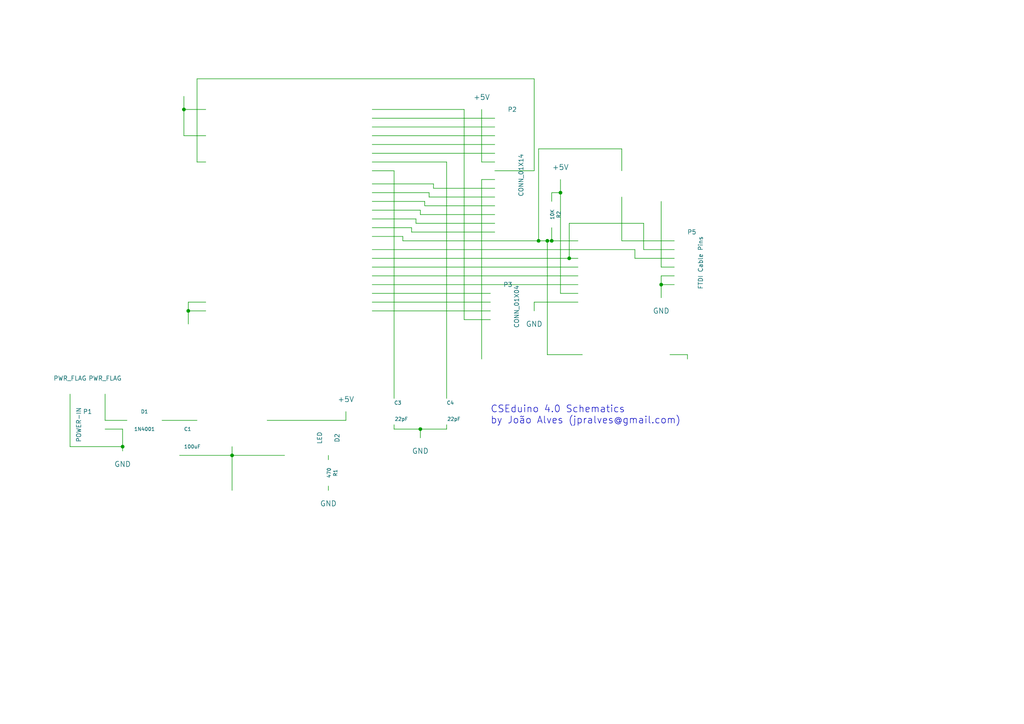
<source format=kicad_sch>
(kicad_sch (version 20230121) (generator eeschema)
  (paper "A4")
  (title_block (title "CSEduino Schematics") (rev "1.0") (company "João Alves"))
  (lib_symbols)
  (junction (at 54.61 90.17))
  (junction (at 156.21 69.85))
  (junction (at 121.92 124.46))
  (junction (at 191.77 82.55))
  (junction (at 162.56 55.88))
  (junction (at 53.34 31.75))
  (junction (at 35.56 129.54))
  (junction (at 158.75 69.85))
  (junction (at 160.02 69.85))
  (junction (at 67.31 132.08))
  (junction (at 165.1 74.93))
  (wire (pts (xy 121.92 62.23) (xy 143.51 62.23)))
  (wire (pts (xy 120.65 63.5) (xy 120.65 64.77)))
  (wire (pts (xy 121.92 60.96) (xy 121.92 62.23)))
  (wire (pts (xy 53.34 31.75) (xy 53.34 39.37)))
  (wire (pts (xy 129.54 124.46) (xy 129.54 123.19)))
  (wire (pts (xy 129.54 46.99) (xy 129.54 115.57)))
  (wire (pts (xy 67.31 129.54) (xy 67.31 132.08)))
  (wire (pts (xy 107.95 60.96) (xy 121.92 60.96)))
  (wire (pts (xy 194.31 102.87) (xy 199.39 102.87)))
  (wire (pts (xy 123.19 58.42) (xy 123.19 59.69)))
  (wire (pts (xy 124.46 55.88) (xy 124.46 57.15)))
  (wire (pts (xy 125.73 53.34) (xy 125.73 54.61)))
  (wire (pts (xy 123.19 59.69) (xy 143.51 59.69)))
  (wire (pts (xy 53.34 39.37) (xy 59.69 39.37)))
  (wire (pts (xy 180.34 43.18) (xy 180.34 49.53)))
  (wire (pts (xy 165.1 74.93) (xy 167.64 74.93)))
  (wire (pts (xy 125.73 54.61) (xy 143.51 54.61)))
  (wire (pts (xy 107.95 66.04) (xy 119.38 66.04)))
  (wire (pts (xy 95.25 132.08) (xy 95.25 133.35)))
  (wire (pts (xy 156.21 69.85) (xy 158.75 69.85)))
  (wire (pts (xy 195.58 80.01) (xy 191.77 80.01)))
  (wire (pts (xy 139.7 52.07) (xy 139.7 104.14)))
  (wire (pts (xy 107.95 44.45) (xy 143.51 44.45)))
  (wire (pts (xy 30.48 114.3) (xy 30.48 121.92)))
  (wire (pts (xy 107.95 80.01) (xy 167.64 80.01)))
  (wire (pts (xy 167.64 87.63) (xy 154.94 87.63)))
  (wire (pts (xy 116.84 69.85) (xy 156.21 69.85)))
  (wire (pts (xy 191.77 80.01) (xy 191.77 82.55)))
  (wire (pts (xy 57.15 22.86) (xy 154.94 22.86)))
  (wire (pts (xy 114.3 124.46) (xy 114.3 123.19)))
  (wire (pts (xy 186.69 64.77) (xy 186.69 72.39)))
  (wire (pts (xy 199.39 102.87) (xy 199.39 104.14)))
  (wire (pts (xy 107.95 63.5) (xy 120.65 63.5)))
  (wire (pts (xy 160.02 58.42) (xy 160.02 55.88)))
  (wire (pts (xy 107.95 82.55) (xy 167.64 82.55)))
  (wire (pts (xy 195.58 77.47) (xy 191.77 77.47)))
  (wire (pts (xy 30.48 121.92) (xy 36.83 121.92)))
  (wire (pts (xy 107.95 31.75) (xy 134.62 31.75)))
  (wire (pts (xy 165.1 74.93) (xy 165.1 64.77)))
  (wire (pts (xy 52.07 132.08) (xy 67.31 132.08)))
  (wire (pts (xy 139.7 46.99) (xy 139.7 31.75)))
  (wire (pts (xy 119.38 67.31) (xy 143.51 67.31)))
  (wire (pts (xy 160.02 66.04) (xy 160.02 69.85)))
  (wire (pts (xy 114.3 49.53) (xy 114.3 115.57)))
  (wire (pts (xy 121.92 124.46) (xy 129.54 124.46)))
  (wire (pts (xy 107.95 46.99) (xy 129.54 46.99)))
  (wire (pts (xy 46.99 121.92) (xy 57.15 121.92)))
  (wire (pts (xy 107.95 49.53) (xy 114.3 49.53)))
  (wire (pts (xy 186.69 72.39) (xy 195.58 72.39)))
  (wire (pts (xy 107.95 77.47) (xy 167.64 77.47)))
  (wire (pts (xy 162.56 85.09) (xy 167.64 85.09)))
  (wire (pts (xy 134.62 31.75) (xy 134.62 92.71)))
  (wire (pts (xy 107.95 87.63) (xy 142.24 87.63)))
  (wire (pts (xy 107.95 55.88) (xy 124.46 55.88)))
  (wire (pts (xy 160.02 55.88) (xy 162.56 55.88)))
  (wire (pts (xy 107.95 90.17) (xy 142.24 90.17)))
  (wire (pts (xy 180.34 69.85) (xy 195.58 69.85)))
  (wire (pts (xy 107.95 72.39) (xy 184.15 72.39)))
  (wire (pts (xy 67.31 132.08) (xy 82.55 132.08)))
  (wire (pts (xy 154.94 87.63) (xy 154.94 90.17)))
  (wire (pts (xy 195.58 82.55) (xy 191.77 82.55)))
  (wire (pts (xy 57.15 46.99) (xy 57.15 22.86)))
  (wire (pts (xy 20.32 129.54) (xy 35.56 129.54)))
  (wire (pts (xy 162.56 52.07) (xy 162.56 55.88)))
  (wire (pts (xy 134.62 92.71) (xy 142.24 92.71)))
  (wire (pts (xy 107.95 39.37) (xy 143.51 39.37)))
  (wire (pts (xy 162.56 55.88) (xy 162.56 85.09)))
  (wire (pts (xy 184.15 72.39) (xy 184.15 74.93)))
  (wire (pts (xy 107.95 34.29) (xy 143.51 34.29)))
  (wire (pts (xy 184.15 74.93) (xy 195.58 74.93)))
  (wire (pts (xy 59.69 31.75) (xy 53.34 31.75)))
  (wire (pts (xy 100.33 121.92) (xy 100.33 119.38)))
  (wire (pts (xy 180.34 43.18) (xy 156.21 43.18)))
  (wire (pts (xy 158.75 102.87) (xy 158.75 69.85)))
  (wire (pts (xy 119.38 66.04) (xy 119.38 67.31)))
  (wire (pts (xy 154.94 22.86) (xy 154.94 49.53)))
  (wire (pts (xy 116.84 68.58) (xy 107.95 68.58)))
  (wire (pts (xy 191.77 77.47) (xy 191.77 58.42)))
  (wire (pts (xy 54.61 87.63) (xy 54.61 90.17)))
  (wire (pts (xy 191.77 82.55) (xy 191.77 86.36)))
  (wire (pts (xy 20.32 114.3) (xy 20.32 129.54)))
  (wire (pts (xy 156.21 43.18) (xy 156.21 69.85)))
  (wire (pts (xy 59.69 46.99) (xy 57.15 46.99)))
  (wire (pts (xy 124.46 57.15) (xy 143.51 57.15)))
  (wire (pts (xy 59.69 87.63) (xy 54.61 87.63)))
  (wire (pts (xy 67.31 132.08) (xy 67.31 142.24)))
  (wire (pts (xy 180.34 57.15) (xy 180.34 69.85)))
  (wire (pts (xy 107.95 58.42) (xy 123.19 58.42)))
  (wire (pts (xy 143.51 52.07) (xy 139.7 52.07)))
  (wire (pts (xy 143.51 46.99) (xy 139.7 46.99)))
  (wire (pts (xy 35.56 124.46) (xy 35.56 129.54)))
  (wire (pts (xy 121.92 124.46) (xy 121.92 127)))
  (wire (pts (xy 158.75 69.85) (xy 160.02 69.85)))
  (wire (pts (xy 116.84 69.85) (xy 116.84 68.58)))
  (wire (pts (xy 107.95 36.83) (xy 143.51 36.83)))
  (wire (pts (xy 59.69 90.17) (xy 54.61 90.17)))
  (wire (pts (xy 30.48 124.46) (xy 35.56 124.46)))
  (wire (pts (xy 107.95 41.91) (xy 143.51 41.91)))
  (wire (pts (xy 168.91 102.87) (xy 158.75 102.87)))
  (wire (pts (xy 95.25 140.97) (xy 95.25 142.24)))
  (wire (pts (xy 107.95 85.09) (xy 142.24 85.09)))
  (wire (pts (xy 154.94 49.53) (xy 143.51 49.53)))
  (wire (pts (xy 54.61 90.17) (xy 54.61 93.98)))
  (wire (pts (xy 114.3 124.46) (xy 121.92 124.46)))
  (wire (pts (xy 77.47 121.92) (xy 100.33 121.92)))
  (wire (pts (xy 107.95 74.93) (xy 165.1 74.93)))
  (wire (pts (xy 53.34 27.94) (xy 53.34 31.75)))
  (wire (pts (xy 120.65 64.77) (xy 143.51 64.77)))
  (wire (pts (xy 35.56 129.54) (xy 35.56 130.81)))
  (wire (pts (xy 107.95 53.34) (xy 125.73 53.34)))
  (wire (pts (xy 160.02 69.85) (xy 167.64 69.85)))
  (wire (pts (xy 165.1 64.77) (xy 186.69 64.77)))
  (text "CSEduino 4.0 Schematics\nby João Alves (jpralves@gmail.com)" (at 142.24 123.19 0) (effects (font (size 2.0066 2.0066)) (justify left bottom)))
  (symbol (lib_id "ATMEGA328-P") (at 82.55 59.69 0) (unit 1)
    (property "Reference" "IC1" (at 63.5 27.94 0) (effects (font (size 1.016 1.016)) (justify left bottom)))
    (property "Value" "ATMEGA328-P" (at 92.71 95.25 0) (effects (font (size 1.016 1.016)) (justify left bottom)))
    (property "Footprint" "DIL28" (at 82.55 59.69 0) (effects (font (size 0.762 0.762) italic)))
  )
  (symbol (lib_id "CONN_01X14") (at 148.59 50.8 0) (unit 1)
    (property "Reference" "P2" (at 148.59 31.75 0))
    (property "Value" "CONN_01X14" (at 151.13 50.8 90))
  )
  (symbol (lib_id "7805") (at 67.31 123.19 0) (unit 1)
    (property "Reference" "U1" (at 71.12 128.1684 0) (effects (font (size 1.524 1.524))))
    (property "Value" "7805" (at 67.31 118.11 0) (effects (font (size 1.524 1.524))))
  )
  (symbol (lib_id "CRYSTAL") (at 121.92 107.95 0) (unit 1)
    (property "Reference" "X1" (at 121.92 104.14 0) (effects (font (size 1.524 1.524))))
    (property "Value" "16 MHz" (at 121.92 111.76 0) (effects (font (size 1.524 1.524))))
  )
  (symbol (lib_id "C") (at 114.3 119.38 0) (unit 1)
    (property "Reference" "C3" (at 114.3 116.84 0) (effects (font (size 1.016 1.016)) (justify left)))
    (property "Value" "22pF" (at 114.4524 121.539 0) (effects (font (size 1.016 1.016)) (justify left)))
  )
  (symbol (lib_id "C") (at 129.54 119.38 0) (unit 1)
    (property "Reference" "C4" (at 129.54 116.84 0) (effects (font (size 1.016 1.016)) (justify left)))
    (property "Value" "22pF" (at 129.6924 121.539 0) (effects (font (size 1.016 1.016)) (justify left)))
  )
  (symbol (lib_id "GND") (at 121.92 127 0) (unit 1)
    (property "Reference" "#PWR01" (effects hide))
    (property "Value" "GND" (at 121.92 130.81 0) (effects (font (size 1.524 1.524))))
  )
  (symbol (lib_id "CAPAPOL") (at 82.55 127 0) (unit 1)
    (property "Reference" "C2" (at 83.82 124.46 0) (effects (font (size 1.016 1.016)) (justify left)))
    (property "Value" "100uF" (at 83.82 129.54 0) (effects (font (size 1.016 1.016)) (justify left)))
  )
  (symbol (lib_id "CAPAPOL") (at 52.07 127 0) (unit 1)
    (property "Reference" "C1" (at 53.34 124.46 0) (effects (font (size 1.016 1.016)) (justify left)))
    (property "Value" "100uF" (at 53.34 129.54 0) (effects (font (size 1.016 1.016)) (justify left)))
  )
  (symbol (lib_id "GND") (at 67.31 142.24 0) (unit 1)
    (property "Reference" "#PWR02" (effects hide))
    (property "Value" "GND" (at 67.31 146.05 0) (effects (font (size 1.524 1.524))))
  )
  (symbol (lib_id "R") (at 95.25 137.16 0) (unit 1)
    (property "Reference" "R1" (at 97.282 137.16 90) (effects (font (size 1.016 1.016))))
    (property "Value" "470" (at 95.4278 137.1346 90) (effects (font (size 1.016 1.016))))
  )
  (symbol (lib_id "LED") (at 95.25 127 270) (mirror x) (unit 1)
    (property "Reference" "D2" (at 97.79 127 0))
    (property "Value" "LED" (at 92.71 127 0))
  )
  (symbol (lib_id "GND") (at 95.25 142.24 0) (unit 1)
    (property "Reference" "#PWR03" (effects hide))
    (property "Value" "GND" (at 95.25 146.05 0) (effects (font (size 1.524 1.524))))
  )
  (symbol (lib_id "+5V") (at 100.33 119.38 0) (unit 1)
    (property "Reference" "#PWR04" (effects hide))
    (property "Value" "+5V" (at 100.33 115.824 0) (effects (font (size 1.524 1.524))))
  )
  (symbol (lib_id "+5V") (at 53.34 27.94 0) (unit 1)
    (property "Reference" "#PWR05" (effects hide))
    (property "Value" "+5V" (at 53.34 24.384 0) (effects (font (size 1.524 1.524))))
  )
  (symbol (lib_id "GND") (at 54.61 93.98 0) (unit 1)
    (property "Reference" "#PWR06" (effects hide))
    (property "Value" "GND" (at 54.61 97.79 0) (effects (font (size 1.524 1.524))))
  )
  (symbol (lib_id "CONN_01X02") (at 25.4 123.19 0) (mirror y) (unit 1)
    (property "Reference" "P1" (at 25.4 119.38 0))
    (property "Value" "POWER-IN" (at 22.86 123.19 90))
  )
  (symbol (lib_id "GND") (at 35.56 130.81 0) (unit 1)
    (property "Reference" "#PWR07" (effects hide))
    (property "Value" "GND" (at 35.56 134.62 0) (effects (font (size 1.524 1.524))))
  )
  (symbol (lib_id "DIODE") (at 41.91 121.92 0) (unit 1)
    (property "Reference" "D1" (at 41.91 119.38 0) (effects (font (size 1.016 1.016))))
    (property "Value" "1N4001" (at 41.91 124.46 0) (effects (font (size 1.016 1.016))))
  )
  (symbol (lib_id "CONN_01X04") (at 147.32 88.9 0) (unit 1)
    (property "Reference" "P3" (at 147.32 82.55 0))
    (property "Value" "CONN_01X04" (at 149.86 88.9 90))
  )
  (symbol (lib_id "CONN_01X08") (at 172.72 78.74 0) (unit 1)
    (property "Reference" "P4" (at 172.72 67.31 0))
    (property "Value" "CONN_01X08" (at 175.26 78.74 90))
  )
  (symbol (lib_id "GND") (at 154.94 90.17 0) (unit 1)
    (property "Reference" "#PWR08" (effects hide))
    (property "Value" "GND" (at 154.94 93.98 0) (effects (font (size 1.524 1.524))))
  )
  (symbol (lib_id "R") (at 160.02 62.23 0) (unit 1)
    (property "Reference" "R2" (at 162.052 62.23 90) (effects (font (size 1.016 1.016))))
    (property "Value" "10K" (at 160.1978 62.2046 90) (effects (font (size 1.016 1.016))))
  )
  (symbol (lib_id "+5V") (at 162.56 52.07 0) (unit 1)
    (property "Reference" "#PWR09" (effects hide))
    (property "Value" "+5V" (at 162.56 48.514 0) (effects (font (size 1.524 1.524))))
  )
  (symbol (lib_id "CONN_01X06") (at 200.66 76.2 0) (unit 1)
    (property "Reference" "P5" (at 200.66 67.31 0))
    (property "Value" "FTDI Cable Pins" (at 203.2 76.2 90))
  )
  (symbol (lib_id "+5V") (at 191.77 58.42 0) (unit 1)
    (property "Reference" "#PWR010" (effects hide))
    (property "Value" "+5V" (at 191.77 54.864 0) (effects (font (size 1.524 1.524))))
  )
  (symbol (lib_id "GND") (at 191.77 86.36 0) (unit 1)
    (property "Reference" "#PWR011" (effects hide))
    (property "Value" "GND" (at 191.77 90.17 0) (effects (font (size 1.524 1.524))))
  )
  (symbol (lib_id "C") (at 180.34 53.34 0) (unit 1)
    (property "Reference" "C5" (at 180.34 50.8 0) (effects (font (size 1.016 1.016)) (justify left)))
    (property "Value" "100nF" (at 180.4924 55.499 0) (effects (font (size 1.016 1.016)) (justify left)))
  )
  (symbol (lib_id "SPST") (at 181.61 102.87 0) (unit 1)
    (property "Reference" "SW1" (at 181.61 100.33 0) (effects (font (size 1.778 1.778))))
    (property "Value" "SPST" (at 181.61 105.41 0) (effects (font (size 1.778 1.778))))
  )
  (symbol (lib_id "GND") (at 199.39 104.14 0) (unit 1)
    (property "Reference" "#PWR012" (effects hide))
    (property "Value" "GND" (at 199.39 107.95 0) (effects (font (size 1.524 1.524))))
  )
  (symbol (lib_id "+5V") (at 139.7 31.75 0) (unit 1)
    (property "Reference" "#PWR013" (effects hide))
    (property "Value" "+5V" (at 139.7 28.194 0) (effects (font (size 1.524 1.524))))
  )
  (symbol (lib_id "GND") (at 139.7 104.14 0) (unit 1)
    (property "Reference" "#PWR014" (effects hide))
    (property "Value" "GND" (at 139.7 107.95 0))
  )
  (symbol (lib_id "PWR_FLAG") (at 30.48 114.3 0) (unit 1)
    (property "Reference" "#FLG015" (effects hide))
    (property "Value" "PWR_FLAG" (at 30.48 109.728 0))
  )
  (symbol (lib_id "PWR_FLAG") (at 20.32 114.3 0) (unit 1)
    (property "Reference" "#FLG016" (effects hide))
    (property "Value" "PWR_FLAG" (at 20.32 109.728 0))
  )
)
</source>
